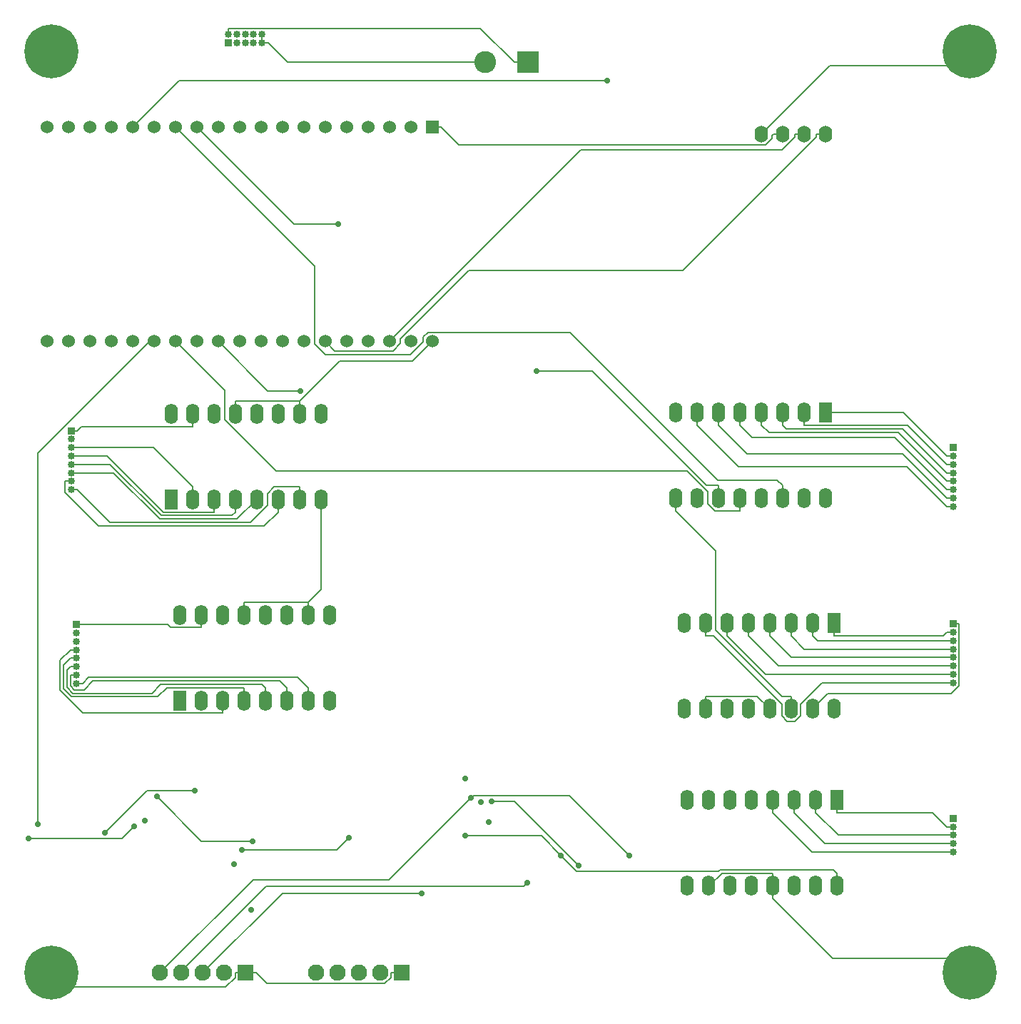
<source format=gbr>
%TF.GenerationSoftware,KiCad,Pcbnew,7.0.10*%
%TF.CreationDate,2024-02-03T22:52:17+05:30*%
%TF.ProjectId,ControlUnit,436f6e74-726f-46c5-956e-69742e6b6963,rev?*%
%TF.SameCoordinates,Original*%
%TF.FileFunction,Copper,L2,Inr*%
%TF.FilePolarity,Positive*%
%FSLAX46Y46*%
G04 Gerber Fmt 4.6, Leading zero omitted, Abs format (unit mm)*
G04 Created by KiCad (PCBNEW 7.0.10) date 2024-02-03 22:52:17*
%MOMM*%
%LPD*%
G01*
G04 APERTURE LIST*
%TA.AperFunction,ComponentPad*%
%ADD10R,1.600000X2.400000*%
%TD*%
%TA.AperFunction,ComponentPad*%
%ADD11O,1.600000X2.400000*%
%TD*%
%TA.AperFunction,ComponentPad*%
%ADD12C,1.930400*%
%TD*%
%TA.AperFunction,ComponentPad*%
%ADD13R,1.930400X1.930400*%
%TD*%
%TA.AperFunction,ComponentPad*%
%ADD14R,1.530000X1.530000*%
%TD*%
%TA.AperFunction,ComponentPad*%
%ADD15C,1.530000*%
%TD*%
%TA.AperFunction,ComponentPad*%
%ADD16R,0.850000X0.850000*%
%TD*%
%TA.AperFunction,ComponentPad*%
%ADD17O,0.850000X0.850000*%
%TD*%
%TA.AperFunction,ComponentPad*%
%ADD18C,0.800000*%
%TD*%
%TA.AperFunction,ComponentPad*%
%ADD19C,6.400000*%
%TD*%
%TA.AperFunction,ComponentPad*%
%ADD20O,1.600000X2.000000*%
%TD*%
%TA.AperFunction,ComponentPad*%
%ADD21R,2.600000X2.600000*%
%TD*%
%TA.AperFunction,ComponentPad*%
%ADD22C,2.600000*%
%TD*%
%TA.AperFunction,ViaPad*%
%ADD23C,0.700000*%
%TD*%
%TA.AperFunction,Conductor*%
%ADD24C,0.200000*%
%TD*%
G04 APERTURE END LIST*
D10*
%TO.N,Net-(J3-Pin_2)*%
%TO.C,U6*%
X179240000Y-133840000D03*
D11*
%TO.N,Net-(J3-Pin_3)*%
X176700000Y-133840000D03*
%TO.N,Net-(J3-Pin_4)*%
X174160000Y-133840000D03*
%TO.N,Net-(J3-Pin_5)*%
X171620000Y-133840000D03*
%TO.N,unconnected-(U6-QF-Pad5)*%
X169080000Y-133840000D03*
%TO.N,unconnected-(U6-QG-Pad6)*%
X166540000Y-133840000D03*
%TO.N,unconnected-(U6-QH-Pad7)*%
X164000000Y-133840000D03*
%TO.N,GND*%
X161460000Y-133840000D03*
%TO.N,unconnected-(U6-QH'-Pad9)*%
X161460000Y-144000000D03*
%TO.N,GND*%
X164000000Y-144000000D03*
%TO.N,/CLATCH_PIN*%
X166540000Y-144000000D03*
%TO.N,/CCLOCK_PIN*%
X169080000Y-144000000D03*
%TO.N,GND*%
X171620000Y-144000000D03*
%TO.N,/CD_PIN*%
X174160000Y-144000000D03*
%TO.N,Net-(J3-Pin_1)*%
X176700000Y-144000000D03*
%TO.N,+5V*%
X179240000Y-144000000D03*
%TD*%
D12*
%TO.N,Net-(D3C-A)*%
%TO.C,U5*%
X98920000Y-154302900D03*
%TO.N,Net-(D3B-A)*%
X101460000Y-154302900D03*
D13*
%TO.N,GND*%
X109080000Y-154302900D03*
D12*
%TO.N,Net-(D3A-A)*%
X104000000Y-154302900D03*
%TO.N,+5V*%
X106540000Y-154302900D03*
%TD*%
D14*
%TO.N,+3.3V*%
%TO.C,U1*%
X131200000Y-54000000D03*
D15*
%TO.N,unconnected-(U1-EN-Pad2)*%
X128660000Y-54000000D03*
%TO.N,unconnected-(U1-SENSOR_VP-Pad3)*%
X126120000Y-54000000D03*
%TO.N,unconnected-(U1-SENSOR_VN-Pad4)*%
X123580000Y-54000000D03*
%TO.N,/GPIO34*%
X121040000Y-54000000D03*
%TO.N,/GPIO35*%
X118500000Y-54000000D03*
%TO.N,/CD_PIN*%
X115960000Y-54000000D03*
%TO.N,/GPIO33*%
X113420000Y-54000000D03*
%TO.N,/DATA_A*%
X110880000Y-54000000D03*
%TO.N,/LATCH_PIN*%
X108340000Y-54000000D03*
%TO.N,/CLOCK_PIN*%
X105800000Y-54000000D03*
%TO.N,/CLATCH_PIN*%
X103260000Y-54000000D03*
%TO.N,/DATA_B*%
X100720000Y-54000000D03*
%TO.N,unconnected-(U1-GND1-Pad14)*%
X98180000Y-54000000D03*
%TO.N,/LED_BUILT_IN*%
X95640000Y-54000000D03*
%TO.N,unconnected-(U1-SD2-Pad16)*%
X93100000Y-54000000D03*
%TO.N,unconnected-(U1-SD3-Pad17)*%
X90560000Y-54000000D03*
%TO.N,unconnected-(U1-CMD-Pad18)*%
X88020000Y-54000000D03*
%TO.N,+5V*%
X85480000Y-54000000D03*
%TO.N,unconnected-(U1-CLK-Pad20)*%
X85480000Y-79400000D03*
%TO.N,unconnected-(U1-SD0-Pad21)*%
X88020000Y-79400000D03*
%TO.N,unconnected-(U1-SD1-Pad22)*%
X90560000Y-79400000D03*
%TO.N,/OUTPUTA*%
X93100000Y-79400000D03*
%TO.N,/OUTPUTB*%
X95640000Y-79400000D03*
%TO.N,/SELECT_SW*%
X98180000Y-79400000D03*
%TO.N,/CCLOCK_PIN*%
X100720000Y-79400000D03*
%TO.N,/CLK*%
X103260000Y-79400000D03*
%TO.N,/DT*%
X105800000Y-79400000D03*
%TO.N,/SW*%
X108340000Y-79400000D03*
%TO.N,/GPIO18*%
X110880000Y-79400000D03*
%TO.N,/GPIO19*%
X113420000Y-79400000D03*
%TO.N,unconnected-(U1-GND2-Pad32)*%
X115960000Y-79400000D03*
%TO.N,/SDA*%
X118500000Y-79400000D03*
%TO.N,unconnected-(U1-RXD0-Pad34)*%
X121040000Y-79400000D03*
%TO.N,unconnected-(U1-TXD0-Pad35)*%
X123580000Y-79400000D03*
%TO.N,/SCK*%
X126120000Y-79400000D03*
%TO.N,/GPIO23*%
X128660000Y-79400000D03*
%TO.N,GND*%
X131200000Y-79400000D03*
%TD*%
D16*
%TO.N,Net-(J7-Pin_1)*%
%TO.C,J7*%
X193000000Y-92000000D03*
D17*
%TO.N,Net-(J7-Pin_2)*%
X193000000Y-93000000D03*
%TO.N,Net-(J7-Pin_3)*%
X193000000Y-94000000D03*
%TO.N,Net-(J7-Pin_4)*%
X193000000Y-95000000D03*
%TO.N,Net-(J7-Pin_5)*%
X193000000Y-96000000D03*
%TO.N,Net-(J7-Pin_6)*%
X193000000Y-97000000D03*
%TO.N,Net-(J7-Pin_7)*%
X193000000Y-98000000D03*
%TO.N,Net-(J7-Pin_8)*%
X193000000Y-99000000D03*
%TD*%
D16*
%TO.N,Net-(J8-Pin_1)*%
%TO.C,J8*%
X89000000Y-113000000D03*
D17*
%TO.N,Net-(J8-Pin_2)*%
X89000000Y-114000000D03*
%TO.N,Net-(J8-Pin_3)*%
X89000000Y-115000000D03*
%TO.N,Net-(J8-Pin_4)*%
X89000000Y-116000000D03*
%TO.N,Net-(J8-Pin_5)*%
X89000000Y-117000000D03*
%TO.N,Net-(J8-Pin_6)*%
X89000000Y-118000000D03*
%TO.N,Net-(J8-Pin_7)*%
X89000000Y-119000000D03*
%TO.N,Net-(J8-Pin_8)*%
X89000000Y-120000000D03*
%TD*%
D16*
%TO.N,Net-(J9-Pin_1)*%
%TO.C,J9*%
X88350000Y-90000000D03*
D17*
%TO.N,Net-(J9-Pin_2)*%
X88350000Y-91000000D03*
%TO.N,Net-(J9-Pin_3)*%
X88350000Y-92000000D03*
%TO.N,Net-(J9-Pin_4)*%
X88350000Y-93000000D03*
%TO.N,Net-(J9-Pin_5)*%
X88350000Y-94000000D03*
%TO.N,Net-(J9-Pin_6)*%
X88350000Y-95000000D03*
%TO.N,Net-(J9-Pin_7)*%
X88350000Y-96000000D03*
%TO.N,Net-(J9-Pin_8)*%
X88350000Y-97000000D03*
%TD*%
D16*
%TO.N,Net-(J10-Pin_1)*%
%TO.C,J10*%
X193000000Y-112915000D03*
D17*
%TO.N,Net-(J10-Pin_2)*%
X193000000Y-113915000D03*
%TO.N,Net-(J10-Pin_3)*%
X193000000Y-114915000D03*
%TO.N,Net-(J10-Pin_4)*%
X193000000Y-115915000D03*
%TO.N,Net-(J10-Pin_5)*%
X193000000Y-116915000D03*
%TO.N,Net-(J10-Pin_6)*%
X193000000Y-117915000D03*
%TO.N,Net-(J10-Pin_7)*%
X193000000Y-118915000D03*
%TO.N,Net-(J10-Pin_8)*%
X193000000Y-119915000D03*
%TD*%
D18*
%TO.N,GND*%
%TO.C,H4*%
X83600000Y-154302900D03*
X84302944Y-152605844D03*
X84302944Y-155999956D03*
X86000000Y-151902900D03*
D19*
X86000000Y-154302900D03*
D18*
X86000000Y-156702900D03*
X87697056Y-152605844D03*
X87697056Y-155999956D03*
X88400000Y-154302900D03*
%TD*%
D10*
%TO.N,Net-(J10-Pin_2)*%
%TO.C,U10*%
X178875000Y-112840000D03*
D11*
%TO.N,Net-(J10-Pin_3)*%
X176335000Y-112840000D03*
%TO.N,Net-(J10-Pin_4)*%
X173795000Y-112840000D03*
%TO.N,Net-(J10-Pin_5)*%
X171255000Y-112840000D03*
%TO.N,Net-(J10-Pin_6)*%
X168715000Y-112840000D03*
%TO.N,Net-(J10-Pin_7)*%
X166175000Y-112840000D03*
%TO.N,Net-(J10-Pin_8)*%
X163635000Y-112840000D03*
%TO.N,GND*%
X161095000Y-112840000D03*
%TO.N,unconnected-(U10-QH'-Pad9)*%
X161095000Y-123000000D03*
%TO.N,GND*%
X163635000Y-123000000D03*
%TO.N,/CLATCH_PIN*%
X166175000Y-123000000D03*
%TO.N,/CCLOCK_PIN*%
X168715000Y-123000000D03*
%TO.N,GND*%
X171255000Y-123000000D03*
%TO.N,Net-(U10-SER)*%
X173795000Y-123000000D03*
%TO.N,Net-(J10-Pin_1)*%
X176335000Y-123000000D03*
%TO.N,+5V*%
X178875000Y-123000000D03*
%TD*%
D18*
%TO.N,GND*%
%TO.C,H1*%
X83600000Y-45000000D03*
X84302944Y-43302944D03*
X84302944Y-46697056D03*
X86000000Y-42600000D03*
D19*
X86000000Y-45000000D03*
D18*
X86000000Y-47400000D03*
X87697056Y-43302944D03*
X87697056Y-46697056D03*
X88400000Y-45000000D03*
%TD*%
D20*
%TO.N,GND*%
%TO.C,Brd1*%
X170280000Y-54800000D03*
%TO.N,+3.3V*%
X172820000Y-54800000D03*
%TO.N,/SCK*%
X175360000Y-54800000D03*
%TO.N,/SDA*%
X177900000Y-54800000D03*
%TD*%
D16*
%TO.N,+5V*%
%TO.C,J4*%
X107000000Y-44000000D03*
D17*
X107000000Y-43000000D03*
%TO.N,/GPIO18*%
X108000000Y-44000000D03*
%TO.N,/GPIO33*%
X108000000Y-43000000D03*
%TO.N,/GPIO19*%
X109000000Y-44000000D03*
%TO.N,/GPIO34*%
X109000000Y-43000000D03*
%TO.N,/GPIO23*%
X110000000Y-44000000D03*
%TO.N,/GPIO35*%
X110000000Y-43000000D03*
%TO.N,GND*%
X111000000Y-44000000D03*
X111000000Y-43000000D03*
%TD*%
D18*
%TO.N,GND*%
%TO.C,H3*%
X192600000Y-154302900D03*
X193302944Y-152605844D03*
X193302944Y-155999956D03*
X195000000Y-151902900D03*
D19*
X195000000Y-154302900D03*
D18*
X195000000Y-156702900D03*
X196697056Y-152605844D03*
X196697056Y-155999956D03*
X197400000Y-154302900D03*
%TD*%
%TO.N,GND*%
%TO.C,H2*%
X192600000Y-45000000D03*
X193302944Y-43302944D03*
X193302944Y-46697056D03*
X195000000Y-42600000D03*
D19*
X195000000Y-45000000D03*
D18*
X195000000Y-47400000D03*
X196697056Y-43302944D03*
X196697056Y-46697056D03*
X197400000Y-45000000D03*
%TD*%
D10*
%TO.N,Net-(J8-Pin_2)*%
%TO.C,U8*%
X101220000Y-122000000D03*
D11*
%TO.N,Net-(J8-Pin_3)*%
X103760000Y-122000000D03*
%TO.N,Net-(J8-Pin_4)*%
X106300000Y-122000000D03*
%TO.N,Net-(J8-Pin_5)*%
X108840000Y-122000000D03*
%TO.N,Net-(J8-Pin_6)*%
X111380000Y-122000000D03*
%TO.N,Net-(J8-Pin_7)*%
X113920000Y-122000000D03*
%TO.N,Net-(J8-Pin_8)*%
X116460000Y-122000000D03*
%TO.N,GND*%
X119000000Y-122000000D03*
%TO.N,unconnected-(U8-QH'-Pad9)*%
X119000000Y-111840000D03*
%TO.N,GND*%
X116460000Y-111840000D03*
%TO.N,/LATCH_PIN*%
X113920000Y-111840000D03*
%TO.N,/CLOCK_PIN*%
X111380000Y-111840000D03*
%TO.N,GND*%
X108840000Y-111840000D03*
%TO.N,Net-(U7-QH')*%
X106300000Y-111840000D03*
%TO.N,Net-(J8-Pin_1)*%
X103760000Y-111840000D03*
%TO.N,+5V*%
X101220000Y-111840000D03*
%TD*%
D10*
%TO.N,Net-(J7-Pin_2)*%
%TO.C,U9*%
X177875000Y-87840000D03*
D11*
%TO.N,Net-(J7-Pin_3)*%
X175335000Y-87840000D03*
%TO.N,Net-(J7-Pin_4)*%
X172795000Y-87840000D03*
%TO.N,Net-(J7-Pin_5)*%
X170255000Y-87840000D03*
%TO.N,Net-(J7-Pin_6)*%
X167715000Y-87840000D03*
%TO.N,Net-(J7-Pin_7)*%
X165175000Y-87840000D03*
%TO.N,Net-(J7-Pin_8)*%
X162635000Y-87840000D03*
%TO.N,GND*%
X160095000Y-87840000D03*
%TO.N,Net-(U10-SER)*%
X160095000Y-98000000D03*
%TO.N,GND*%
X162635000Y-98000000D03*
%TO.N,/CLATCH_PIN*%
X165175000Y-98000000D03*
%TO.N,/CCLOCK_PIN*%
X167715000Y-98000000D03*
%TO.N,GND*%
X170255000Y-98000000D03*
%TO.N,/DATA_B*%
X172795000Y-98000000D03*
%TO.N,Net-(J7-Pin_1)*%
X175335000Y-98000000D03*
%TO.N,+5V*%
X177875000Y-98000000D03*
%TD*%
D10*
%TO.N,Net-(J9-Pin_2)*%
%TO.C,U7*%
X100220000Y-98160000D03*
D11*
%TO.N,Net-(J9-Pin_3)*%
X102760000Y-98160000D03*
%TO.N,Net-(J9-Pin_4)*%
X105300000Y-98160000D03*
%TO.N,Net-(J9-Pin_5)*%
X107840000Y-98160000D03*
%TO.N,Net-(J9-Pin_6)*%
X110380000Y-98160000D03*
%TO.N,Net-(J9-Pin_7)*%
X112920000Y-98160000D03*
%TO.N,Net-(J9-Pin_8)*%
X115460000Y-98160000D03*
%TO.N,GND*%
X118000000Y-98160000D03*
%TO.N,Net-(U7-QH')*%
X118000000Y-88000000D03*
%TO.N,GND*%
X115460000Y-88000000D03*
%TO.N,/LATCH_PIN*%
X112920000Y-88000000D03*
%TO.N,/CLOCK_PIN*%
X110380000Y-88000000D03*
%TO.N,GND*%
X107840000Y-88000000D03*
%TO.N,/DATA_A*%
X105300000Y-88000000D03*
%TO.N,Net-(J9-Pin_1)*%
X102760000Y-88000000D03*
%TO.N,+5V*%
X100220000Y-88000000D03*
%TD*%
D16*
%TO.N,Net-(J3-Pin_1)*%
%TO.C,J3*%
X193000000Y-136000000D03*
D17*
%TO.N,Net-(J3-Pin_2)*%
X193000000Y-137000000D03*
%TO.N,Net-(J3-Pin_3)*%
X193000000Y-138000000D03*
%TO.N,Net-(J3-Pin_4)*%
X193000000Y-139000000D03*
%TO.N,Net-(J3-Pin_5)*%
X193000000Y-140000000D03*
%TD*%
D12*
%TO.N,Net-(D2C-A)*%
%TO.C,U17*%
X117380000Y-154302900D03*
%TO.N,Net-(D2B-A)*%
X119920000Y-154302900D03*
D13*
%TO.N,GND*%
X127540000Y-154302900D03*
D12*
%TO.N,Net-(D2A-A)*%
X122460000Y-154302900D03*
%TO.N,+5V*%
X125000000Y-154302900D03*
%TD*%
D21*
%TO.N,+5V*%
%TO.C,J2*%
X142545000Y-46305000D03*
D22*
%TO.N,GND*%
X137465000Y-46305000D03*
%TD*%
D23*
%TO.N,GND*%
X109706800Y-146816500D03*
%TO.N,/DT*%
X137931200Y-136474600D03*
X115529900Y-85272300D03*
%TO.N,/CLK*%
X135135600Y-131272500D03*
%TO.N,/SELECT_SW*%
X84400000Y-136705100D03*
%TO.N,/OUTPUTB*%
X97140800Y-136239500D03*
%TO.N,/CLATCH_PIN*%
X120066700Y-65507000D03*
X143542300Y-82944000D03*
%TO.N,/LED_BUILT_IN*%
X152002300Y-48435000D03*
%TO.N,Net-(D3C-A)*%
X154561900Y-140390600D03*
X135800600Y-133514700D03*
%TO.N,Net-(D3B-A)*%
X142452500Y-143599500D03*
%TO.N,Net-(D3A-A)*%
X129960900Y-144885700D03*
X136963700Y-134051700D03*
%TO.N,Net-(D2C-A)*%
X107679800Y-141397300D03*
%TO.N,Net-(D2A-A)*%
X103020800Y-132748900D03*
X92345700Y-137723700D03*
%TO.N,Net-(D3C-K)*%
X138273200Y-133956000D03*
X148617600Y-141591100D03*
%TO.N,Net-(D2C-K)*%
X98503000Y-133406100D03*
X109926200Y-138726800D03*
%TO.N,+5V*%
X108620300Y-139734300D03*
X95829700Y-136904100D03*
X83335800Y-138377200D03*
X121345500Y-138306100D03*
X135143800Y-138080100D03*
X146484400Y-140399900D03*
%TD*%
D24*
%TO.N,GND*%
X115460000Y-88000000D02*
X115460000Y-86599000D01*
X114031900Y-46305000D02*
X111726900Y-44000000D01*
X137465000Y-46305000D02*
X114031900Y-46305000D01*
X195702900Y-43302900D02*
X195000000Y-42600000D01*
X196697100Y-43302900D02*
X195702900Y-43302900D01*
X194297100Y-43302900D02*
X195000000Y-42600000D01*
X193302900Y-43302900D02*
X194297100Y-43302900D01*
X86702900Y-43302900D02*
X86000000Y-42600000D01*
X87697100Y-43302900D02*
X86702900Y-43302900D01*
X86994200Y-47400000D02*
X87697100Y-46697100D01*
X86000000Y-47400000D02*
X86994200Y-47400000D01*
X109080000Y-154302900D02*
X107812900Y-154302900D01*
X86994200Y-156702900D02*
X87697100Y-156000000D01*
X86000000Y-156702900D02*
X86994200Y-156702900D01*
X115460000Y-86599000D02*
X115460000Y-86499800D01*
X128873300Y-81726700D02*
X131200000Y-79400000D01*
X120233100Y-81726700D02*
X128873300Y-81726700D01*
X115460000Y-86499800D02*
X120233100Y-81726700D01*
X115458300Y-86498100D02*
X107840000Y-86498100D01*
X115460000Y-86499800D02*
X115458300Y-86498100D01*
X107840000Y-88000000D02*
X107840000Y-86498100D01*
X107812900Y-154857300D02*
X107812900Y-154302900D01*
X106670200Y-156000000D02*
X107812900Y-154857300D01*
X87697100Y-156000000D02*
X106670200Y-156000000D01*
X169753100Y-121498100D02*
X171255000Y-123000000D01*
X163635000Y-121498100D02*
X169753100Y-121498100D01*
X163635000Y-123000000D02*
X163635000Y-121498100D01*
X195994200Y-156702900D02*
X196697100Y-156000000D01*
X195000000Y-156702900D02*
X195994200Y-156702900D01*
X194297100Y-46697100D02*
X195000000Y-47400000D01*
X193302900Y-46697100D02*
X194297100Y-46697100D01*
X86702900Y-153600000D02*
X86000000Y-154302900D01*
X86702900Y-152605800D02*
X86702900Y-153600000D01*
X87697100Y-152605800D02*
X86702900Y-152605800D01*
X86702900Y-152605800D02*
X86000000Y-151902900D01*
X85297100Y-44297100D02*
X86000000Y-45000000D01*
X85297100Y-43302900D02*
X85297100Y-44297100D01*
X84302900Y-43302900D02*
X85297100Y-43302900D01*
X85297100Y-43302900D02*
X86000000Y-42600000D01*
X111000000Y-44000000D02*
X111363500Y-44000000D01*
X111363500Y-44000000D02*
X111726900Y-44000000D01*
X111090400Y-43726900D02*
X111000000Y-43726900D01*
X111363500Y-44000000D02*
X111090400Y-43726900D01*
X111000000Y-43000000D02*
X111000000Y-43726900D01*
X116460000Y-110338100D02*
X108840000Y-110338100D01*
X116460000Y-111840000D02*
X116460000Y-110338100D01*
X108840000Y-111840000D02*
X108840000Y-110338100D01*
X118000000Y-108798100D02*
X116460000Y-110338100D01*
X118000000Y-98160000D02*
X118000000Y-108798100D01*
X111614200Y-155570000D02*
X110347100Y-154302900D01*
X125560200Y-155570000D02*
X111614200Y-155570000D01*
X126272900Y-154857300D02*
X125560200Y-155570000D01*
X126272900Y-154302900D02*
X126272900Y-154857300D01*
X127540000Y-154302900D02*
X126272900Y-154302900D01*
X109080000Y-154302900D02*
X110347100Y-154302900D01*
X192600000Y-46697100D02*
X192600000Y-45000000D01*
X178382900Y-46697100D02*
X192600000Y-46697100D01*
X170280000Y-54800000D02*
X178382900Y-46697100D01*
X192600000Y-46697100D02*
X193302900Y-46697100D01*
X195702900Y-45702900D02*
X195000000Y-45000000D01*
X195702900Y-46697100D02*
X195702900Y-45702900D01*
X196697100Y-46697100D02*
X195702900Y-46697100D01*
X195702900Y-46697100D02*
X195000000Y-47400000D01*
X165598000Y-142498100D02*
X171620000Y-142498100D01*
X164096100Y-144000000D02*
X165598000Y-142498100D01*
X164000000Y-144000000D02*
X164096100Y-144000000D01*
X171620000Y-144000000D02*
X171620000Y-142498100D01*
X171620000Y-144000000D02*
X171620000Y-145501900D01*
X192600000Y-152605800D02*
X192600000Y-154302900D01*
X178723900Y-152605800D02*
X192600000Y-152605800D01*
X171620000Y-145501900D02*
X178723900Y-152605800D01*
X192600000Y-152605800D02*
X193302900Y-152605800D01*
X195000000Y-151902900D02*
X195000000Y-152254300D01*
X196345600Y-152254300D02*
X196697100Y-152605800D01*
X195000000Y-152254300D02*
X196345600Y-152254300D01*
X194648500Y-153951400D02*
X195000000Y-154302900D01*
X194648500Y-152605800D02*
X194648500Y-153951400D01*
X193302900Y-152605800D02*
X194648500Y-152605800D01*
X194648500Y-152605800D02*
X195000000Y-152254300D01*
%TO.N,Net-(U10-SER)*%
X172685100Y-121498100D02*
X173795000Y-121498100D01*
X164849000Y-113662000D02*
X172685100Y-121498100D01*
X164849000Y-104255900D02*
X164849000Y-113662000D01*
X160095000Y-99501900D02*
X164849000Y-104255900D01*
X160095000Y-98000000D02*
X160095000Y-99501900D01*
X173795000Y-123000000D02*
X173795000Y-121498100D01*
%TO.N,/DT*%
X111672300Y-85272300D02*
X105800000Y-79400000D01*
X115529900Y-85272300D02*
X111672300Y-85272300D01*
%TO.N,/CCLOCK_PIN*%
X167715000Y-98000000D02*
X167715000Y-99501900D01*
X164716300Y-99501900D02*
X167715000Y-99501900D01*
X163905000Y-98690600D02*
X164716300Y-99501900D01*
X163905000Y-97276500D02*
X163905000Y-98690600D01*
X161424100Y-94795600D02*
X163905000Y-97276500D01*
X112676800Y-94795600D02*
X161424100Y-94795600D01*
X106570000Y-88688800D02*
X112676800Y-94795600D01*
X106570000Y-85250000D02*
X106570000Y-88688800D01*
X100720000Y-79400000D02*
X106570000Y-85250000D01*
%TO.N,/SELECT_SW*%
X84400000Y-92667000D02*
X84400000Y-136705100D01*
X97667000Y-79400000D02*
X84400000Y-92667000D01*
X98180000Y-79400000D02*
X97667000Y-79400000D01*
%TO.N,/DATA_B*%
X172141500Y-95844600D02*
X172795000Y-96498100D01*
X165087800Y-95844600D02*
X172141500Y-95844600D01*
X147566600Y-78323400D02*
X165087800Y-95844600D01*
X130696800Y-78323400D02*
X147566600Y-78323400D01*
X130123600Y-78896600D02*
X130696800Y-78323400D01*
X130123600Y-79456500D02*
X130123600Y-78896600D01*
X128638000Y-80942100D02*
X130123600Y-79456500D01*
X118482000Y-80942100D02*
X128638000Y-80942100D01*
X117230000Y-79690100D02*
X118482000Y-80942100D01*
X117230000Y-70510000D02*
X117230000Y-79690100D01*
X100720000Y-54000000D02*
X117230000Y-70510000D01*
X172795000Y-98000000D02*
X172795000Y-96498100D01*
%TO.N,/CLATCH_PIN*%
X114767000Y-65507000D02*
X120066700Y-65507000D01*
X103260000Y-54000000D02*
X114767000Y-65507000D01*
X165175000Y-98000000D02*
X165175000Y-96498100D01*
X163752700Y-96498100D02*
X165175000Y-96498100D01*
X150198600Y-82944000D02*
X163752700Y-96498100D01*
X143542300Y-82944000D02*
X150198600Y-82944000D01*
%TO.N,/LED_BUILT_IN*%
X101205000Y-48435000D02*
X152002300Y-48435000D01*
X95640000Y-54000000D02*
X101205000Y-48435000D01*
%TO.N,Net-(J10-Pin_8)*%
X163635000Y-112840000D02*
X163635000Y-114341900D01*
X193000000Y-119915000D02*
X192273100Y-119915000D01*
X192273100Y-119915100D02*
X192273100Y-119915000D01*
X177432900Y-119915100D02*
X192273100Y-119915100D01*
X174896900Y-122451100D02*
X177432900Y-119915100D01*
X174896900Y-123856500D02*
X174896900Y-122451100D01*
X174251500Y-124501900D02*
X174896900Y-123856500D01*
X173338500Y-124501900D02*
X174251500Y-124501900D01*
X172693100Y-123856500D02*
X173338500Y-124501900D01*
X172693100Y-122474700D02*
X172693100Y-123856500D01*
X164560300Y-114341900D02*
X172693100Y-122474700D01*
X163635000Y-114341900D02*
X164560300Y-114341900D01*
%TO.N,Net-(J10-Pin_7)*%
X166175000Y-112840000D02*
X166175000Y-114341900D01*
X170748100Y-118915000D02*
X166175000Y-114341900D01*
X193000000Y-118915000D02*
X170748100Y-118915000D01*
%TO.N,Net-(J10-Pin_6)*%
X172288100Y-117915000D02*
X168715000Y-114341900D01*
X193000000Y-117915000D02*
X172288100Y-117915000D01*
X168715000Y-112840000D02*
X168715000Y-114341900D01*
%TO.N,Net-(J10-Pin_5)*%
X173828100Y-116915000D02*
X171255000Y-114341900D01*
X193000000Y-116915000D02*
X173828100Y-116915000D01*
X171255000Y-112840000D02*
X171255000Y-114341900D01*
%TO.N,Net-(J10-Pin_4)*%
X175368100Y-115915000D02*
X173795000Y-114341900D01*
X193000000Y-115915000D02*
X175368100Y-115915000D01*
X173795000Y-112840000D02*
X173795000Y-114341900D01*
%TO.N,Net-(J10-Pin_3)*%
X176908100Y-114915000D02*
X176335000Y-114341900D01*
X193000000Y-114915000D02*
X176908100Y-114915000D01*
X176335000Y-112840000D02*
X176335000Y-114341900D01*
%TO.N,Net-(J10-Pin_2)*%
X191846200Y-114341900D02*
X178875000Y-114341900D01*
X192273100Y-113915000D02*
X191846200Y-114341900D01*
X193000000Y-113915000D02*
X192273100Y-113915000D01*
X178875000Y-112840000D02*
X178875000Y-114341900D01*
%TO.N,Net-(J10-Pin_1)*%
X178163900Y-121171100D02*
X176335000Y-123000000D01*
X192816100Y-121171100D02*
X178163900Y-121171100D01*
X193726900Y-120260300D02*
X192816100Y-121171100D01*
X193726900Y-112915000D02*
X193726900Y-120260300D01*
X193000000Y-112915000D02*
X193726900Y-112915000D01*
%TO.N,Net-(J9-Pin_8)*%
X88350000Y-97000000D02*
X89076900Y-97000000D01*
X115460000Y-98160000D02*
X115460000Y-96658100D01*
X112458200Y-96658100D02*
X115460000Y-96658100D01*
X111650000Y-97466300D02*
X112458200Y-96658100D01*
X111650000Y-98861000D02*
X111650000Y-97466300D01*
X109622300Y-100888700D02*
X111650000Y-98861000D01*
X92965600Y-100888700D02*
X109622300Y-100888700D01*
X89076900Y-97000000D02*
X92965600Y-100888700D01*
%TO.N,Net-(J9-Pin_7)*%
X112920000Y-98160000D02*
X112920000Y-99661900D01*
X88350000Y-96000000D02*
X87623100Y-96000000D01*
X111277500Y-101304400D02*
X112920000Y-99661900D01*
X91581300Y-101304400D02*
X111277500Y-101304400D01*
X87623100Y-97346200D02*
X91581300Y-101304400D01*
X87623100Y-96000000D02*
X87623100Y-97346200D01*
%TO.N,Net-(J9-Pin_6)*%
X93394500Y-95000000D02*
X88350000Y-95000000D01*
X98870700Y-100476200D02*
X93394500Y-95000000D01*
X108063800Y-100476200D02*
X98870700Y-100476200D01*
X110380000Y-98160000D02*
X108063800Y-100476200D01*
%TO.N,Net-(J9-Pin_5)*%
X107840000Y-98160000D02*
X107840000Y-99661900D01*
X92962800Y-94000000D02*
X88350000Y-94000000D01*
X99026600Y-100063800D02*
X92962800Y-94000000D01*
X107438100Y-100063800D02*
X99026600Y-100063800D01*
X107840000Y-99661900D02*
X107438100Y-100063800D01*
%TO.N,Net-(J9-Pin_4)*%
X92599800Y-93000000D02*
X88350000Y-93000000D01*
X99261700Y-99661900D02*
X92599800Y-93000000D01*
X105300000Y-99661900D02*
X99261700Y-99661900D01*
X105300000Y-98160000D02*
X105300000Y-99661900D01*
%TO.N,Net-(J9-Pin_3)*%
X98101900Y-92000000D02*
X88350000Y-92000000D01*
X102760000Y-96658100D02*
X98101900Y-92000000D01*
X102760000Y-98160000D02*
X102760000Y-96658100D01*
%TO.N,Net-(J9-Pin_1)*%
X89575000Y-89501900D02*
X89076900Y-90000000D01*
X102760000Y-89501900D02*
X89575000Y-89501900D01*
X102760000Y-88000000D02*
X102760000Y-89501900D01*
X88350000Y-90000000D02*
X89076900Y-90000000D01*
%TO.N,Net-(J8-Pin_8)*%
X116460000Y-122000000D02*
X116460000Y-120498100D01*
X89000000Y-120000000D02*
X89726900Y-120000000D01*
X90436600Y-119290300D02*
X89726900Y-120000000D01*
X115252200Y-119290300D02*
X90436600Y-119290300D01*
X116460000Y-120498100D02*
X115252200Y-119290300D01*
%TO.N,Net-(J8-Pin_7)*%
X113920000Y-122000000D02*
X113920000Y-120498100D01*
X89000000Y-119000000D02*
X88273100Y-119000000D01*
X88273100Y-120303400D02*
X88273100Y-119000000D01*
X88717300Y-120747600D02*
X88273100Y-120303400D01*
X89870800Y-120747600D02*
X88717300Y-120747600D01*
X90926200Y-119692200D02*
X89870800Y-120747600D01*
X113114100Y-119692200D02*
X90926200Y-119692200D01*
X113920000Y-120498100D02*
X113114100Y-119692200D01*
%TO.N,Net-(J8-Pin_6)*%
X87871000Y-118402100D02*
X88273100Y-118000000D01*
X87871000Y-120472800D02*
X87871000Y-118402100D01*
X88567000Y-121168800D02*
X87871000Y-120472800D01*
X97908900Y-121168800D02*
X88567000Y-121168800D01*
X98983600Y-120094100D02*
X97908900Y-121168800D01*
X110976000Y-120094100D02*
X98983600Y-120094100D01*
X111380000Y-120498100D02*
X110976000Y-120094100D01*
X111380000Y-122000000D02*
X111380000Y-120498100D01*
X89000000Y-118000000D02*
X88273100Y-118000000D01*
%TO.N,Net-(J8-Pin_5)*%
X89000000Y-117000000D02*
X88273100Y-117000000D01*
X108840000Y-122000000D02*
X108840000Y-120498100D01*
X99726600Y-120498100D02*
X108840000Y-120498100D01*
X98654000Y-121570700D02*
X99726600Y-120498100D01*
X88400600Y-121570700D02*
X98654000Y-121570700D01*
X87469100Y-120639200D02*
X88400600Y-121570700D01*
X87469100Y-117804000D02*
X87469100Y-120639200D01*
X88273100Y-117000000D02*
X87469100Y-117804000D01*
%TO.N,Net-(J8-Pin_4)*%
X89000000Y-116000000D02*
X88273100Y-116000000D01*
X106300000Y-122000000D02*
X106300000Y-123501900D01*
X89763500Y-123501900D02*
X106300000Y-123501900D01*
X87067200Y-120805600D02*
X89763500Y-123501900D01*
X87067200Y-117205900D02*
X87067200Y-120805600D01*
X88273100Y-116000000D02*
X87067200Y-117205900D01*
%TO.N,Net-(J8-Pin_1)*%
X99845000Y-113000000D02*
X89000000Y-113000000D01*
X100186900Y-113341900D02*
X99845000Y-113000000D01*
X103760000Y-113341900D02*
X100186900Y-113341900D01*
X103760000Y-111840000D02*
X103760000Y-113341900D01*
%TO.N,Net-(J7-Pin_8)*%
X193000000Y-99000000D02*
X192273100Y-99000000D01*
X162635000Y-87840000D02*
X162635000Y-89341900D01*
X167555100Y-94262000D02*
X162635000Y-89341900D01*
X187535100Y-94262000D02*
X167555100Y-94262000D01*
X192273100Y-99000000D02*
X187535100Y-94262000D01*
%TO.N,Net-(J7-Pin_7)*%
X193000000Y-98000000D02*
X192273100Y-98000000D01*
X165175000Y-87840000D02*
X165175000Y-89341900D01*
X187018800Y-92745700D02*
X192273100Y-98000000D01*
X168578800Y-92745700D02*
X187018800Y-92745700D01*
X165175000Y-89341900D02*
X168578800Y-92745700D01*
%TO.N,Net-(J7-Pin_6)*%
X193000000Y-97000000D02*
X192273100Y-97000000D01*
X167715000Y-87840000D02*
X167715000Y-89341900D01*
X186047700Y-90774600D02*
X192273100Y-97000000D01*
X169147700Y-90774600D02*
X186047700Y-90774600D01*
X167715000Y-89341900D02*
X169147700Y-90774600D01*
%TO.N,Net-(J7-Pin_5)*%
X171148700Y-90235600D02*
X170255000Y-89341900D01*
X186508700Y-90235600D02*
X171148700Y-90235600D01*
X192273100Y-96000000D02*
X186508700Y-90235600D01*
X193000000Y-96000000D02*
X192273100Y-96000000D01*
X170255000Y-87840000D02*
X170255000Y-89341900D01*
%TO.N,Net-(J7-Pin_4)*%
X193000000Y-95000000D02*
X192273100Y-95000000D01*
X172795000Y-87840000D02*
X172795000Y-89341900D01*
X173198400Y-89745300D02*
X172795000Y-89341900D01*
X187018400Y-89745300D02*
X173198400Y-89745300D01*
X192273100Y-95000000D02*
X187018400Y-89745300D01*
%TO.N,Net-(J7-Pin_3)*%
X193000000Y-94000000D02*
X192273100Y-94000000D01*
X175335000Y-87840000D02*
X175335000Y-89341900D01*
X187615000Y-89341900D02*
X192273100Y-94000000D01*
X175335000Y-89341900D02*
X187615000Y-89341900D01*
%TO.N,Net-(J7-Pin_2)*%
X187113100Y-87840000D02*
X177875000Y-87840000D01*
X192273100Y-93000000D02*
X187113100Y-87840000D01*
X193000000Y-93000000D02*
X192273100Y-93000000D01*
%TO.N,Net-(J3-Pin_5)*%
X176278100Y-140000000D02*
X171620000Y-135341900D01*
X193000000Y-140000000D02*
X176278100Y-140000000D01*
X171620000Y-133840000D02*
X171620000Y-135341900D01*
%TO.N,Net-(J3-Pin_4)*%
X174160000Y-133840000D02*
X174160000Y-135341900D01*
X177818100Y-139000000D02*
X174160000Y-135341900D01*
X193000000Y-139000000D02*
X177818100Y-139000000D01*
%TO.N,Net-(J3-Pin_3)*%
X179358100Y-138000000D02*
X176700000Y-135341900D01*
X193000000Y-138000000D02*
X179358100Y-138000000D01*
X176700000Y-133840000D02*
X176700000Y-135341900D01*
%TO.N,Net-(J3-Pin_2)*%
X190615000Y-135341900D02*
X179240000Y-135341900D01*
X192273100Y-137000000D02*
X190615000Y-135341900D01*
X193000000Y-137000000D02*
X192273100Y-137000000D01*
X179240000Y-133840000D02*
X179240000Y-135341900D01*
%TO.N,Net-(D3C-A)*%
X126026900Y-143288400D02*
X135800600Y-133514700D01*
X109934500Y-143288400D02*
X126026900Y-143288400D01*
X98920000Y-154302900D02*
X109934500Y-143288400D01*
X136011200Y-133304100D02*
X135800600Y-133514700D01*
X147475400Y-133304100D02*
X136011200Y-133304100D01*
X154561900Y-140390600D02*
X147475400Y-133304100D01*
%TO.N,Net-(D3B-A)*%
X142025000Y-144027000D02*
X142452500Y-143599500D01*
X111532900Y-144027000D02*
X142025000Y-144027000D01*
X101460000Y-154099900D02*
X111532900Y-144027000D01*
X101460000Y-154302900D02*
X101460000Y-154099900D01*
%TO.N,Net-(D3A-A)*%
X113417200Y-144885700D02*
X129960900Y-144885700D01*
X104000000Y-154302900D02*
X113417200Y-144885700D01*
%TO.N,Net-(D2A-A)*%
X97320500Y-132748900D02*
X103020800Y-132748900D01*
X92345700Y-137723700D02*
X97320500Y-132748900D01*
%TO.N,Net-(D3C-K)*%
X140982500Y-133956000D02*
X148617600Y-141591100D01*
X138273200Y-133956000D02*
X140982500Y-133956000D01*
%TO.N,Net-(D2C-K)*%
X103823700Y-138726800D02*
X109926200Y-138726800D01*
X98503000Y-133406100D02*
X103823700Y-138726800D01*
%TO.N,+3.3V*%
X131200000Y-54000000D02*
X132266900Y-54000000D01*
X172820000Y-54800000D02*
X171718100Y-54800000D01*
X171548400Y-54969700D02*
X171718100Y-54800000D01*
X171548300Y-54969700D02*
X171548400Y-54969700D01*
X171548300Y-55290200D02*
X171548300Y-54969700D01*
X170736500Y-56102000D02*
X171548300Y-55290200D01*
X134368900Y-56102000D02*
X170736500Y-56102000D01*
X132266900Y-54000000D02*
X134368900Y-56102000D01*
%TO.N,+5V*%
X136911200Y-42273100D02*
X107000000Y-42273100D01*
X140943100Y-46305000D02*
X136911200Y-42273100D01*
X142545000Y-46305000D02*
X140943100Y-46305000D01*
X107000000Y-43000000D02*
X107000000Y-42273100D01*
X94430200Y-138377200D02*
X83335800Y-138377200D01*
X95829700Y-136977700D02*
X94430200Y-138377200D01*
X95829700Y-136904100D02*
X95829700Y-136977700D01*
X119917300Y-139734300D02*
X108620300Y-139734300D01*
X121345500Y-138306100D02*
X119917300Y-139734300D01*
X144164600Y-138080100D02*
X146484400Y-140399900D01*
X135143800Y-138080100D02*
X144164600Y-138080100D01*
X179240000Y-144000000D02*
X179240000Y-142498100D01*
X148331400Y-142246900D02*
X146484400Y-140399900D01*
X165195900Y-142246900D02*
X148331400Y-142246900D01*
X165348100Y-142094700D02*
X165195900Y-142246900D01*
X178836600Y-142094700D02*
X165348100Y-142094700D01*
X179240000Y-142498100D02*
X178836600Y-142094700D01*
%TO.N,/SCK*%
X174258100Y-55128300D02*
X174258100Y-54800000D01*
X172738300Y-56648100D02*
X174258100Y-55128300D01*
X148871900Y-56648100D02*
X172738300Y-56648100D01*
X126120000Y-79400000D02*
X148871900Y-56648100D01*
X175360000Y-54800000D02*
X174258100Y-54800000D01*
%TO.N,/SDA*%
X177900000Y-54800000D02*
X176798100Y-54800000D01*
X119615400Y-80515400D02*
X118500000Y-79400000D01*
X126532300Y-80515400D02*
X119615400Y-80515400D01*
X127390000Y-79657700D02*
X126532300Y-80515400D01*
X127390000Y-79150100D02*
X127390000Y-79657700D01*
X135565300Y-70974800D02*
X127390000Y-79150100D01*
X160951600Y-70974800D02*
X135565300Y-70974800D01*
X176798100Y-55128300D02*
X160951600Y-70974800D01*
X176798100Y-54800000D02*
X176798100Y-55128300D01*
%TD*%
M02*

</source>
